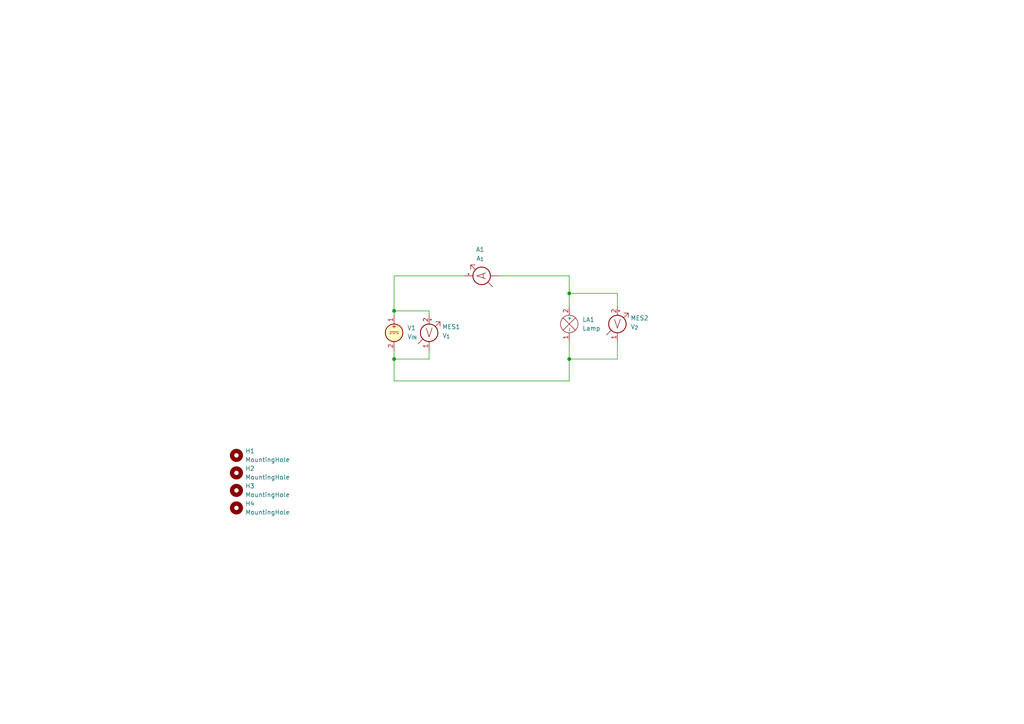
<source format=kicad_sch>
(kicad_sch (version 20231120) (generator "eeschema") (generator_version "8.0")
  (paper "A4")
  (lib_symbols
    (symbol "Device:Ammeter_DC" (pin_numbers hide) (pin_names (offset 0.0254) hide)
      (property "Reference" "MES" (at -3.302 1.016 0))
      (property "Value" "Ammeter_DC" (at -3.302 -0.762 0))
      (symbol "Ammeter_DC_0_0"
        (polyline (pts (xy -3.175 -3.175) (xy -1.905 -1.905)))
        (polyline (pts (xy 1.905 1.905) (xy 3.175 3.175)))
        (polyline (pts (xy 1.905 3.175) (xy 3.175 3.175) (xy 3.175 1.905)))
        (text "A" (at 0 0 0) (effects (font (size 2.54 2.54))))
      )
      (symbol "Ammeter_DC_0_1"
        (polyline (pts (xy 0.254 3.81) (xy 0.762 3.81)))
        (polyline (pts (xy 0.508 4.064) (xy 0.508 3.556)))
        (circle (center 0 0) (radius 2.54) (stroke (width 0.254)))
      )
      (symbol "Ammeter_DC_1_1"
        (pin passive line (at 0 -5.08 90) (length 2.54) (name "-") (number "1"))
        (pin passive line (at 0 5.08 270) (length 2.54) (name "+") (number "2"))
      )
    )
    (symbol "Device:Lamp" (pin_names (offset 0.0254))
      (property "Reference" "LA" (at 0.635 3.81 0))
      (property "Value" "Lamp" (at 0.635 -3.81 0))
      (symbol "Lamp_0_1"
        (polyline (pts (xy -1.778 1.778) (xy 1.778 -1.778)))
        (polyline (pts (xy 1.778 1.778) (xy -1.778 -1.778)))
        (circle (center 0 0) (radius 2.54))
      )
      (symbol "Lamp_1_1"
        (pin passive line (at 0 -5.08 90) (length 2.54) (name "-") (number "1"))
        (pin passive line (at 0 5.08 270) (length 2.54) (name "+") (number "2"))
      )
    )
    (symbol "Device:Voltmeter_DC" (pin_names (offset 0.0254) hide)
      (property "Reference" "MES" (at -3.302 1.016 0))
      (property "Value" "Voltmeter_DC" (at -3.302 -0.762 0))
      (symbol "Voltmeter_DC_0_0"
        (polyline (pts (xy -3.175 -3.175) (xy -1.905 -1.905)))
        (polyline (pts (xy 1.905 1.905) (xy 3.175 3.175)))
        (polyline (pts (xy 1.905 3.175) (xy 3.175 3.175) (xy 3.175 1.905)))
        (text "V" (at 0 0 0) (effects (font (size 2.54 2.54))))
      )
      (symbol "Voltmeter_DC_0_1"
        (polyline (pts (xy 0.254 3.81) (xy 0.762 3.81)))
        (polyline (pts (xy 0.508 4.064) (xy 0.508 3.556)))
        (circle (center 0 0) (radius 2.54) (stroke (width 0.254)))
      )
      (symbol "Voltmeter_DC_1_1"
        (pin passive line (at 0 -5.08 90) (length 2.54) (name "-") (number "1"))
        (pin passive line (at 0 5.08 270) (length 2.54) (name "+") (number "2"))
      )
    )
    (symbol "Mechanical:MountingHole" (pin_names (offset 1.016)) (exclude_from_sim yes) (in_bom no)
      (property "Reference" "H" (at 0 5.08 0))
      (property "Value" "MountingHole" (at 0 3.175 0))
      (symbol "MountingHole_0_1"
        (circle (center 0 0) (radius 1.27) (stroke (width 1.27)))
      )
    )
    (symbol "Simulation_SPICE:VDC" (pin_names (offset 0.0254))
      (property "Reference" "V" (at 2.54 2.54 0))
      (property "Value" "1" (at 2.54 0 0))
      (symbol "VDC_0_0"
        (polyline (pts (xy -1.27 0.254) (xy 1.27 0.254)))
        (polyline (pts (xy -0.762 -0.254) (xy -1.27 -0.254)))
        (polyline (pts (xy 0.254 -0.254) (xy -0.254 -0.254)))
        (polyline (pts (xy 1.27 -0.254) (xy 0.762 -0.254)))
        (text "+" (at 0 1.905 0) (effects (font (size 1.27 1.27))))
      )
      (symbol "VDC_0_1"
        (circle (center 0 0) (radius 2.54) (stroke (width 0.254)) (fill (type background)))
      )
      (symbol "VDC_1_1"
        (pin passive line (at 0 5.08 270) (length 2.54) (name "~") (number "1"))
        (pin passive line (at 0 -5.08 90) (length 2.54) (name "~") (number "2"))
      )
    )
    (symbol "Voltmeter_DC_1" (pin_names (offset 0.0254) hide)
      (property "Reference" "MES" (at -3.302 1.016 0))
      (property "Value" "Voltmeter_DC" (at -3.302 -0.762 0))
      (symbol "Voltmeter_DC_1_0_0"
        (polyline (pts (xy -3.175 -3.175) (xy -1.905 -1.905)))
        (polyline (pts (xy 1.905 1.905) (xy 3.175 3.175)))
        (polyline (pts (xy 1.905 3.175) (xy 3.175 3.175) (xy 3.175 1.905)))
        (text "V" (at 0 0 0) (effects (font (size 2.54 2.54))))
      )
      (symbol "Voltmeter_DC_1_0_1"
        (polyline (pts (xy 0.254 3.81) (xy 0.762 3.81)))
        (polyline (pts (xy 0.508 4.064) (xy 0.508 3.556)))
        (circle (center 0 0) (radius 2.54) (stroke (width 0.254)))
      )
      (symbol "Voltmeter_DC_1_1_1"
        (pin passive line (at 0 -5.08 90) (length 2.54) (name "-") (number "1"))
        (pin passive line (at 0 5.08 270) (length 2.54) (name "+") (number "2"))
      )
    )
  )
  (junction (at 114.3 104.14))
  (junction (at 165.1 104.14))
  (junction (at 114.3 90.17))
  (junction (at 165.1 85.09))
  (wire (pts (xy 144.78 80.01) (xy 165.1 80.01)))
  (wire (pts (xy 124.46 101.6) (xy 124.46 104.14)))
  (wire (pts (xy 165.1 85.09) (xy 165.1 88.9)))
  (wire (pts (xy 134.62 80.01) (xy 114.3 80.01)))
  (wire (pts (xy 165.1 99.06) (xy 165.1 104.14)))
  (wire (pts (xy 179.07 99.06) (xy 179.07 104.14)))
  (wire (pts (xy 179.07 85.09) (xy 165.1 85.09)))
  (wire (pts (xy 179.07 88.9) (xy 179.07 85.09)))
  (wire (pts (xy 114.3 110.49) (xy 165.1 110.49)))
  (wire (pts (xy 114.3 90.17) (xy 114.3 91.44)))
  (wire (pts (xy 165.1 104.14) (xy 165.1 110.49)))
  (wire (pts (xy 114.3 104.14) (xy 114.3 110.49)))
  (wire (pts (xy 114.3 101.6) (xy 114.3 104.14)))
  (wire (pts (xy 179.07 104.14) (xy 165.1 104.14)))
  (wire (pts (xy 124.46 104.14) (xy 114.3 104.14)))
  (wire (pts (xy 114.3 80.01) (xy 114.3 90.17)))
  (wire (pts (xy 124.46 91.44) (xy 124.46 90.17)))
  (wire (pts (xy 124.46 90.17) (xy 114.3 90.17)))
  (wire (pts (xy 165.1 80.01) (xy 165.1 85.09)))
  (symbol (lib_id "Device:Lamp") (at 165.1 93.98 0) (unit 1)
    (property "Reference" "LA1" (at 168.91 92.7099 0) (effects (justify left)))
    (property "Value" "Lamp" (at 168.91 95.2499 0) (effects (justify left)))
    (property "Footprint" "Library:Lamp_12V" (effects (hide yes)))
    (property "Description" "Lamp" (effects (hide yes)))
  )
  (symbol (lib_id "Mechanical:MountingHole") (at 68.58 137.16 0) (unit 1) (exclude_from_sim yes) (in_bom no)
    (property "Reference" "H2" (at 71.12 135.8899 0) (effects (justify left)))
    (property "Value" "MountingHole" (at 71.12 138.4299 0) (effects (justify left)))
    (property "Footprint" "Library:MountingHole_3.2mm_M3_Pad" (effects (hide yes)))
    (property "Description" "Mounting Hole without connection" (effects (hide yes)))
  )
  (symbol (lib_id "Device:Voltmeter_DC") (at 179.07 93.98 0) (unit 1) (in_bom no)
    (property "Reference" "MES2" (at 182.88 92.2654 0) (effects (justify left)))
    (property "Value" "V_{2}" (at 182.88 94.8054 0) (effects (justify left)))
    (property "Footprint" "Library:Volt meter vertical" (effects (hide yes)))
    (property "Description" "DC voltmeter" (effects (hide yes)))
  )
  (symbol (lib_name "Voltmeter_DC_1") (lib_id "Device:Voltmeter_DC") (at 124.46 96.52 0) (unit 1) (in_bom no)
    (property "Reference" "MES1" (at 128.27 94.8054 0) (effects (justify left)))
    (property "Value" "V_{1}" (at 128.27 97.3454 0) (effects (justify left)))
    (property "Footprint" "Library:Volt meter vertical" (effects (hide yes)))
    (property "Description" "DC voltmeter" (effects (hide yes)))
  )
  (symbol (lib_id "Mechanical:MountingHole") (at 68.58 132.08 0) (unit 1) (exclude_from_sim yes) (in_bom no)
    (property "Reference" "H1" (at 71.12 130.8099 0) (effects (justify left)))
    (property "Value" "MountingHole" (at 71.12 133.3499 0) (effects (justify left)))
    (property "Footprint" "Library:MountingHole_3.2mm_M3_Pad" (effects (hide yes)))
    (property "Description" "Mounting Hole without connection" (effects (hide yes)))
  )
  (symbol (lib_id "Device:Ammeter_DC") (at 139.7 80.01 90) (unit 1) (in_bom no)
    (property "Reference" "A1" (at 139.2555 72.39 90))
    (property "Value" "A_{1}" (at 139.2555 74.93 90))
    (property "Footprint" "Library:Ammeter horizontal" (effects (hide yes)))
    (property "Description" "DC ammeter" (effects (hide yes)))
  )
  (symbol (lib_id "Mechanical:MountingHole") (at 68.58 142.24 0) (unit 1) (exclude_from_sim yes) (in_bom no)
    (property "Reference" "H3" (at 71.12 140.9699 0) (effects (justify left)))
    (property "Value" "MountingHole" (at 71.12 143.5099 0) (effects (justify left)))
    (property "Footprint" "Library:MountingHole_3.2mm_M3_Pad" (effects (hide yes)))
    (property "Description" "Mounting Hole without connection" (effects (hide yes)))
  )
  (symbol (lib_id "Simulation_SPICE:VDC") (at 114.3 96.52 0) (unit 1) (in_bom no)
    (property "Reference" "V1" (at 118.11 95.1201 0) (effects (justify left)))
    (property "Value" "V_{IN}" (at 118.11 97.6601 0) (effects (justify left)))
    (property "Footprint" "Library:DC Power Supply Vertical" (effects (hide yes)))
    (property "Datasheet" "https://ngspice.sourceforge.io/docs/ngspice-html-manual/manual.xhtml#sec_Independent_Sources_for" (effects (hide yes)))
    (property "Description" "Voltage source, DC" (effects (hide yes)))
    (property "Sim.Pins" "1=+ 2=-" (effects (hide yes)))
    (property "Sim.Type" "DC" (effects (hide yes)))
    (property "Sim.Device" "V" (effects (hide yes)))
  )
  (symbol (lib_id "Mechanical:MountingHole") (at 68.58 147.32 0) (unit 1) (exclude_from_sim yes) (in_bom no)
    (property "Reference" "H4" (at 71.12 146.0499 0) (effects (justify left)))
    (property "Value" "MountingHole" (at 71.12 148.5899 0) (effects (justify left)))
    (property "Footprint" "Library:MountingHole_3.2mm_M3_Pad" (effects (hide yes)))
    (property "Description" "Mounting Hole without connection" (effects (hide yes)))
  )
)
</source>
